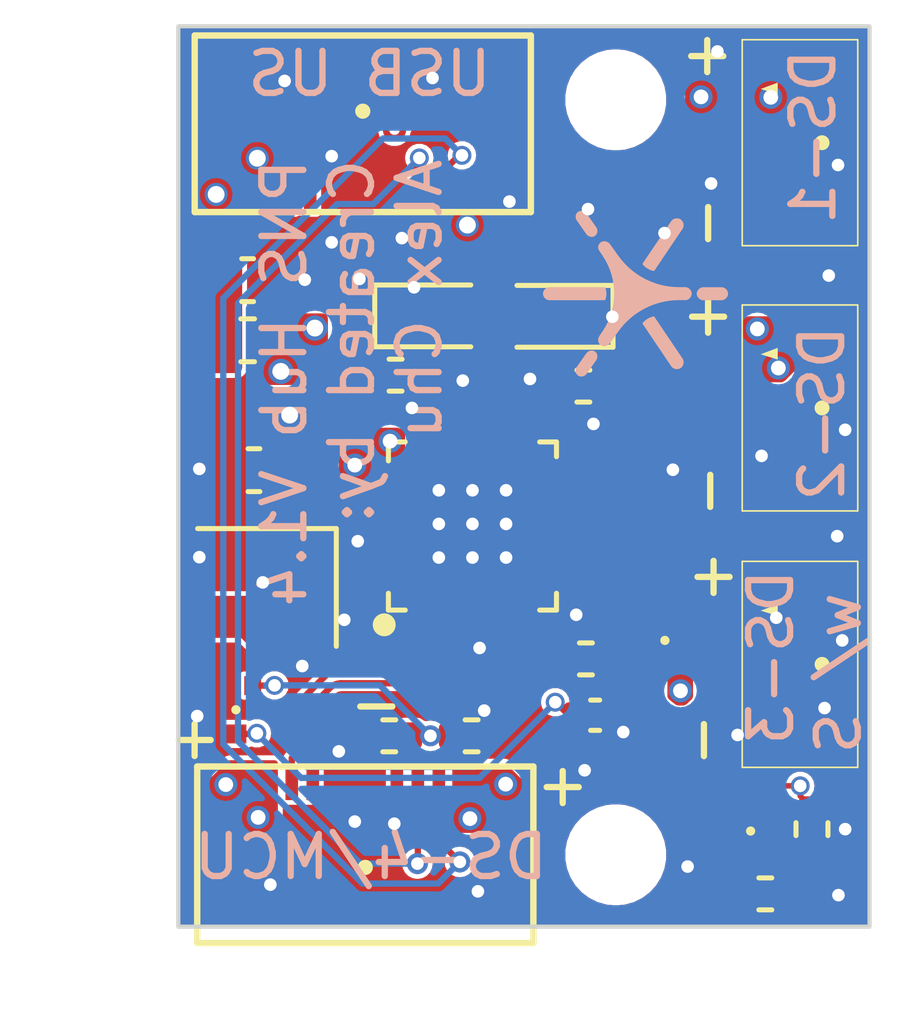
<source format=kicad_pcb>
(kicad_pcb (version 20240108) (generator "pcbnew") (generator_version "8.0")
  (layers (0 "F.Cu" signal) (1 "In1.Cu" signal) (2 "In2.Cu" signal) (31 "B.Cu" signal) (34 "B.Paste" user) (35 "F.Paste" user) (36 "B.SilkS" user "B.Silkscreen") (37 "F.SilkS" user "F.Silkscreen") (38 "B.Mask" user) (39 "F.Mask" user) (44 "Edge.Cuts" user))
  (net 0 "")
  (net 1 "+5V")
  (net 2 "GND")
  (net 3 "Net-(U1-VD33F)")
  (net 4 "/USB_D+")
  (net 5 "/USB_D-")
  (net 6 "/VDD5+")
  (net 7 "U_D")
  (net 8 "POT_CS")
  (net 9 "/D1-")
  (net 10 "/D1+")
  (net 11 "/D2-")
  (net 12 "/D2+")
  (net 13 "/D3-")
  (net 14 "/D3+")
  (net 15 "/D4+")
  (net 16 "/D4-")
  (net 17 "/GPIO 3.3v")
  (net 18 "Net-(Q1-G)")
  (net 19 "Net-(Q3-G)")
  (net 20 "/XOUT")
  (net 21 "/XIN")
  (net 22 "Net-(Q4-G)")
  (net 23 "Net-(U1-REXT)")
  (net 27 "/Vout 5V+")
  (net 32 "Net-(U1-VBUSM)")
  (footprint "Fuse:Fuse_0603_1608Metric" (layer "F.Cu") (at 126.25 80.47)
    (property "Reference" "F1")
    (property "Value" "0.5A/1A 0603")
  )
  (footprint "Resistor_SMD:R_0402_1005Metric" (layer "F.Cu") (at 138.57 93.64 180)
    (property "Reference" "R3")
    (property "Value" "1M")
  )
  (footprint "Resistor_SMD:R_0402_1005Metric" (layer "F.Cu") (at 134.3 88.05)
    (property "Reference" "R6")
    (property "Value" "10K")
  )
  (footprint "USER_Global:SOT723" (layer "F.Cu") (at 136.18 87.61 90)
    (property "Reference" "Q1")
    (property "Value" "TPNTK3139PT1G")
  )
  (footprint "USER_Global:FH34RJ-6S" (layer "F.Cu") (at 139.92 88.18 90)
    (property "Reference" "J3")
    (property "Value" "FH34RJ-6S" (hide yes))
  )
  (footprint "Resistor_SMD:R_0402_1005Metric" (layer "F.Cu") (at 139.68 92.1 90)
    (property "Reference" "R2")
    (property "Value" "10K")
  )
  (footprint "Capacitor_SMD:C_0402_1005Metric" (layer "F.Cu") (at 134.52 89.39)
    (property "Reference" "C3")
    (property "Value" "100nf 16V X7R")
  )
  (footprint "Resistor_SMD:R_0402_1005Metric" (layer "F.Cu") (at 134.24 81.56)
    (property "Reference" "R1")
    (property "Value" "2.7K")
  )
  (footprint "USER_Global:FH34RJ-6S" (layer "F.Cu") (at 139.92 75.77 90)
    (property "Reference" "J1")
    (property "Value" "FH34RJ-6S" (hide yes))
  )
  (footprint "USER_Global:FH34RJ-6S" (layer "F.Cu") (at 139.92 82.08 90)
    (property "Reference" "J2")
    (property "Value" "FH34RJ-6S" (hide yes))
  )
  (footprint "USER_Global:FE1.1S_QFN-24_narrow" (layer "F.Cu") (at 129.6 86.888934)
    (property "Reference" "U1")
    (property "Value" "FE1.1S")
  )
  (footprint "Diode_SMD:D_0603_1608Metric" (layer "F.Cu") (at 133.46 79.9 180)
    (property "Reference" "D2")
    (property "Value" "ESD9B5.0ST5G")
  )
  (footprint "Crystal:Crystal_SMD_2520-4Pin_2.5x2.0mm" (layer "F.Cu") (at 126.71 86.35 180)
    (property "Reference" "Y1")
    (property "Value" "Crystal_GND24")
  )
  (footprint "USER_Global:SOT723" (layer "F.Cu") (at 138.22 92.145 -90)
    (property "Reference" "Q3")
    (property "Value" "TPNTK3139PT1G")
  )
  (footprint "MountingHole:MountingHole_2.1mm" (layer "F.Cu") (at 135.01 92.71)
    (property "Reference" "H2")
    (property "Value" "MountingHole")
  )
  (footprint "Capacitor_SMD:C_0603_1608Metric" (layer "F.Cu") (at 126.4 83.56 180)
    (property "Reference" "C2")
    (property "Value" "10uf")
  )
  (footprint "Resistor_SMD:R_0402_1005Metric" (layer "F.Cu") (at 131.58 89.88 180)
    (property "Reference" "R5")
    (property "Value" "1M")
  )
  (footprint "Capacitor_SMD:C_0603_1608Metric" (layer "F.Cu") (at 126.25 79.04)
    (property "Reference" "C1")
    (property "Value" "4.7uf")
  )
  (footprint "Resistor_SMD:R_0402_1005Metric" (layer "F.Cu") (at 129.77 81.3)
    (property "Reference" "R7")
    (property "Value" "10K")
  )
  (footprint "USER_Global:FPC-0.5-12P" (layer "F.Cu") (at 128.99 75.02 180)
    (property "Reference" "J0")
    (property "Value" "FHR34SRJ-12S" (hide yes))
  )
  (footprint "MountingHole:MountingHole_2.1mm" (layer "F.Cu") (at 135.01 74.75)
    (property "Reference" "H1")
    (property "Value" "MountingHole")
  )
  (footprint "Resistor_SMD:R_0402_1005Metric" (layer "F.Cu") (at 129.62 89.88 180)
    (property "Reference" "R4")
    (property "Value" "10K")
  )
  (footprint "USER_Global:FPC-0.5-12P" (layer "F.Cu") (at 129.05 93.01)
    (property "Reference" "J4")
    (property "Value" "FHR34SRJ-12S" (hide yes))
  )
  (footprint "USER_Global:SOT723" (layer "F.Cu") (at 125.97 89.26 -90)
    (property "Reference" "Q4")
    (property "Value" "TPM2030-3/TR")
  )
  (footprint "Diode_SMD:D_0603_1608Metric" (layer "F.Cu") (at 130.76 79.89)
    (property "Reference" "D1")
    (property "Value" "ESD9B5.0ST5G")
  )
  (gr_poly (pts (xy 134.081558 77.533791) (xy 134.081865 77.539771) (xy 134.082458 77.545773) (xy 134.083336 77.551787) (xy 134.084502 77.557802) (xy 134.085956 77.563809) (xy 134.087698 77.569799) (xy 134.089731 77.575762) (xy 134.092054 77.581688) (xy 134.094669 77.587566) (xy 134.097577 77.593388) (xy 134.100779 77.599144) (xy 134.104275 77.604824) (xy 134.108067 77.610418) (xy 134.327631 77.924321) (xy 134.331675 77.929678) (xy 134.335918 77.934809) (xy 134.34035 77.939712) (xy 134.344959 77.944382) (xy 134.349735 77.948816) (xy 134.354667 77.95301) (xy 134.359742 77.956961) (xy 134.364951 77.960664) (xy 134.370282 77.964116) (xy 134.375723 77.967312) (xy 134.381264 77.97025) (xy 134.386893 77.972926) (xy 134.392599 77.975335) (xy 134.398372 77.977474) (xy 134.4042 77.979339) (xy 134.410071 77.980926) (xy 134.415975 77.982232) (xy 134.421901 77.983253) (xy 134.427837 77.983985) (xy 134.433772 77.984424) (xy 134.439695 77.984567) (xy 134.445595 77.984409) (xy 134.451461 77.983947) (xy 134.457282 77.983178) (xy 134.463046 77.982097) (xy 134.468742 77.980701) (xy 134.47436 77.978985) (xy 134.479887 77.976947) (xy 134.485313 77.974582) (xy 134.490628 77.971886) (xy 134.495818 77.968857) (xy 134.500874 77.965489) (xy 134.505656 77.96184) (xy 134.510189 77.957975) (xy 134.514473 77.953903) (xy 134.518504 77.949637) (xy 134.522282 77.945185) (xy 134.525804 77.940558) (xy 134.529069 77.935766) (xy 134.532074 77.93082) (xy 134.534817 77.925729) (xy 134.537298 77.920504) (xy 134.539513 77.915155) (xy 134.541461 77.909692) (xy 134.543141 77.904125) (xy 134.544549 77.898465) (xy 134.545685 77.892721) (xy 134.546547 77.886905) (xy 134.547132 77.881026) (xy 134.547439 77.875094) (xy 134.547465 77.86912) (xy 134.54721 77.863113) (xy 134.546671 77.857085) (xy 134.545845 77.851045) (xy 134.544732 77.845003) (xy 134.54333 77.83897) (xy 134.541636 77.832956) (xy 134.539649 77.826971) (xy 134.537366 77.821025) (xy 134.534787 77.815128) (xy 134.531908 77.809291) (xy 134.528729 77.803524) (xy 134.525246 77.797838) (xy 134.521459 77.792241) (xy 134.301895 77.478338) (xy 134.297854 77.472904) (xy 134.293618 77.467699) (xy 134.289197 77.462728) (xy 134.284602 77.457995) (xy 134.279844 77.453503) (xy 134.274933 77.449256) (xy 134.26988 77.445258) (xy 134.264696 77.441512) (xy 134.259391 77.438022) (xy 134.253976 77.434793) (xy 134.248462 77.431827) (xy 134.242859 77.429129) (xy 134.237179 77.426702) (xy 134.231431 77.424551) (xy 134.225627 77.422678) (xy 134.219777 77.421088) (xy 134.213891 77.419785) (xy 134.207981 77.418772) (xy 134.202058 77.418052) (xy 134.196131 77.417631) (xy 134.190212 77.417511) (xy 134.184311 77.417696) (xy 134.178439 77.41819) (xy 134.172606 77.418998) (xy 134.166824 77.420122) (xy 134.161102 77.421566) (xy 134.155453 77.423334) (xy 134.149885 77.42543) (xy 134.144411 77.427858) (xy 134.13904 77.430622) (xy 134.133783 77.433724) (xy 134.128652 77.43717) (xy 134.12372 77.440895) (xy 134.119055 77.444826) (xy 134.114658 77.448953) (xy 134.11053 77.453268) (xy 134.106673 77.457759) (xy 134.103086 77.462418) (xy 134.099772 77.467235) (xy 134.096731 77.4722) (xy 134.093963 77.477303) (xy 134.09147 77.482534) (xy 134.089253 77.487884) (xy 134.087313 77.493343) (xy 134.08565 77.498902) (xy 134.084266 77.504549) (xy 134.083162 77.510277) (xy 134.082338 77.516075) (xy 134.081795 77.521933) (xy 134.081535 77.527841)) (stroke (width 0.0525)) (fill solid) (layer "B.SilkS"))
  (gr_poly (pts (xy 134.081795 81.202461) (xy 134.082338 81.208318) (xy 134.083162 81.214116) (xy 134.084266 81.219843) (xy 134.08565 81.225491) (xy 134.087313 81.231049) (xy 134.089253 81.236508) (xy 134.09147 81.241859) (xy 134.093963 81.24709) (xy 134.096731 81.252193) (xy 134.099772 81.257157) (xy 134.103086 81.261974) (xy 134.106673 81.266633) (xy 134.11053 81.271125) (xy 134.114658 81.27544) (xy 134.119055 81.279568) (xy 134.12372 81.283499) (xy 134.128652 81.287223) (xy 134.133783 81.290669) (xy 134.13904 81.293772) (xy 134.144411 81.296536) (xy 134.149885 81.298964) (xy 134.155453 81.30106) (xy 134.161102 81.302829) (xy 134.166824 81.304273) (xy 134.172606 81.305397) (xy 134.178439 81.306204) (xy 134.184311 81.306699) (xy 134.190212 81.306884) (xy 134.196131 81.306764) (xy 134.202058 81.306343) (xy 134.207981 81.305624) (xy 134.213891 81.30461) (xy 134.219777 81.303307) (xy 134.225627 81.301717) (xy 134.231431 81.299845) (xy 134.237179 81.297693) (xy 134.242859 81.295267) (xy 134.248462 81.292569) (xy 134.253976 81.289603) (xy 134.259391 81.286374) (xy 134.264696 81.282884) (xy 134.26988 81.279139) (xy 134.274933 81.275141) (xy 134.279844 81.270894) (xy 134.284602 81.266402) (xy 134.289197 81.261669) (xy 134.293618 81.256699) (xy 134.297854 81.251495) (xy 134.301895 81.246061) (xy 134.521459 80.932153) (xy 134.525246 80.926556) (xy 134.528729 80.92087) (xy 134.531908 80.915103) (xy 134.534787 80.909266) (xy 134.537366 80.90337) (xy 134.539649 80.897424) (xy 134.541636 80.891439) (xy 134.54333 80.885425) (xy 134.544732 80.879392) (xy 134.545845 80.87335) (xy 134.546671 80.86731) (xy 134.54721 80.861281) (xy 134.547465 80.855275) (xy 134.547439 80.849301) (xy 134.547132 80.843369) (xy 134.546547 80.83749) (xy 134.545685 80.831674) (xy 134.544549 80.82593) (xy 134.543141 80.82027) (xy 134.541461 80.814703) (xy 134.539513 80.80924) (xy 134.537298 80.803891) (xy 134.534817 80.798666) (xy 134.532074 80.793575) (xy 134.529069 80.788629) (xy 134.525804 80.783837) (xy 134.522282 80.77921) (xy 134.518504 80.774758) (xy 134.514473 80.770492) (xy 134.510189 80.766421) (xy 134.505656 80.762556) (xy 134.500874 80.758907) (xy 134.495818 80.755537) (xy 134.490628 80.7525) (xy 134.485313 80.749794) (xy 134.479887 80.747414) (xy 134.47436 80.745358) (xy 134.468742 80.743622) (xy 134.463046 80.742203) (xy 134.457282 80.741097) (xy 134.451461 80.740302) (xy 134.445595 80.739814) (xy 134.439695 80.739629) (xy 134.433772 80.739745) (xy 134.427837 80.740158) (xy 134.421901 80.740865) (xy 134.415975 80.741862) (xy 134.410071 80.743147) (xy 134.4042 80.744715) (xy 134.398372 80.746565) (xy 134.392599 80.748691) (xy 134.386893 80.751091) (xy 134.381264 80.753762) (xy 134.375723 80.756701) (xy 134.370282 80.759904) (xy 134.364951 80.763367) (xy 134.359742 80.767088) (xy 134.354667 80.771064) (xy 134.349735 80.77529) (xy 134.344959 80.779764) (xy 134.34035 80.784482) (xy 134.335918 80.789441) (xy 134.331675 80.794638) (xy 134.327631 80.800069) (xy 134.108067 81.113981) (xy 134.104275 81.119574) (xy 134.100779 81.125254) (xy 134.097577 81.131009) (xy 134.094669 81.136831) (xy 134.092054 81.142709) (xy 134.089731 81.148634) (xy 134.087698 81.154596) (xy 134.085956 81.160586) (xy 134.084502 81.166593) (xy 134.083336 81.172608) (xy 134.082458 81.178621) (xy 134.081865 81.184623) (xy 134.081558 81.190603) (xy 134.081535 81.196552)) (stroke (width 0.0525)) (fill solid) (layer "B.SilkS"))
  (gr_poly (pts (xy 136.963327 79.368189) (xy 136.963837 79.373811) (xy 136.964678 79.379464) (xy 136.96584 79.385133) (xy 136.967316 79.390804) (xy 136.969097 79.396462) (xy 136.971175 79.402093) (xy 136.973541 79.407682) (xy 136.976187 79.413214) (xy 136.979106 79.418675) (xy 136.982288 79.42405) (xy 136.985725 79.429325) (xy 136.989408 79.434485) (xy 136.993331 79.439516) (xy 136.997483 79.444402) (xy 137.001858 79.44913) (xy 137.006446 79.453684) (xy 137.011239 79.45805) (xy 137.01623 79.462213) (xy 137.021409 79.46616) (xy 137.026768 79.469874) (xy 137.032299 79.473343) (xy 137.037994 79.47655) (xy 137.043844 79.479481) (xy 137.049841 79.482123) (xy 137.055976 79.484459) (xy 137.062242 79.486476) (xy 137.06863 79.488159) (xy 137.075132 79.489494) (xy 137.081739 79.490465) (xy 137.088443 79.491059) (xy 137.095235 79.49126) (xy 137.525614 79.49126) (xy 137.532406 79.490991) (xy 137.53911 79.490353) (xy 137.545716 79.489358) (xy 137.552218 79.488019) (xy 137.558605 79.48635) (xy 137.564871 79.484362) (xy 137.571006 79.482068) (xy 137.577003 79.479482) (xy 137.582853 79.476615) (xy 137.588547 79.473481) (xy 137.594078 79.470092) (xy 137.599437 79.466461) (xy 137.604615 79.462601) (xy 137.609605 79.458524) (xy 137.614398 79.454243) (xy 137.618986 79.449772) (xy 137.62336 79.445121) (xy 137.627513 79.440306) (xy 137.631435 79.435337) (xy 137.635118 79.430228) (xy 137.638555 79.424991) (xy 137.641737 79.41964) (xy 137.644655 79.414187) (xy 137.647301 79.408644) (xy 137.649667 79.403025) (xy 137.651744 79.397342) (xy 137.653525 79.391607) (xy 137.655001 79.385834) (xy 137.656163 79.380036) (xy 137.657004 79.374224) (xy 137.657514 79.368413) (xy 137.657686 79.362613) (xy 137.657514 79.356736) (xy 137.657004 79.350851) (xy 137.656163 79.344971) (xy 137.655001 79.33911) (xy 137.653525 79.333279) (xy 137.651744 79.327492) (xy 137.649667 79.321761) (xy 137.647301 79.316099) (xy 137.644655 79.310518) (xy 137.641737 79.305032) (xy 137.638555 79.299654) (xy 137.635118 79.294395) (xy 137.631435 79.289268) (xy 137.627513 79.284287) (xy 137.62336 79.279464) (xy 137.618986 79.274811) (xy 137.614398 79.270342) (xy 137.609605 79.266069) (xy 137.604615 79.262005) (xy 137.599437 79.258163) (xy 137.594078 79.254555) (xy 137.588547 79.251194) (xy 137.582853 79.248092) (xy 137.577003 79.245263) (xy 137.571006 79.24272) (xy 137.564871 79.240474) (xy 137.558605 79.238539) (xy 137.552218 79.236927) (xy 137.545716 79.235651) (xy 137.53911 79.234724) (xy 137.532406 79.234158) (xy 137.525614 79.233967) (xy 137.095235 79.233967) (xy 137.088443 79.234168) (xy 137.081739 79.234762) (xy 137.075132 79.235733) (xy 137.06863 79.237068) (xy 137.062242 79.238751) (xy 137.055976 79.240768) (xy 137.049841 79.243105) (xy 137.043844 79.245747) (xy 137.037994 79.248678) (xy 137.032299 79.251886) (xy 137.026768 79.255354) (xy 137.021409 79.259069) (xy 137.01623 79.263016) (xy 137.011239 79.267179) (xy 137.006446 79.271546) (xy 137.001858 79.2761) (xy 136.997483 79.280828) (xy 136.993331 79.285714) (xy 136.989408 79.290745) (xy 136.985725 79.295905) (xy 136.982288 79.30118) (xy 136.979106 79.306555) (xy 136.976187 79.312016) (xy 136.973541 79.317548) (xy 136.971175 79.323137) (xy 136.969097 79.328768) (xy 136.967316 79.334426) (xy 136.96584 79.340096) (xy 136.964678 79.345765) (xy 136.963837 79.351417) (xy 136.963327 79.357038) (xy 136.963155 79.362613)) (stroke (width 0.0525)) (fill solid) (layer "B.SilkS"))
  (gr_poly (pts (xy 133.305448 79.367639) (xy 133.305908 79.373524) (xy 133.306669 79.379404) (xy 133.307725 79.385265) (xy 133.30907 79.391096) (xy 133.310698 79.396883) (xy 133.312603 79.402614) (xy 133.314781 79.408276) (xy 133.317225 79.413856) (xy 133.319929 79.419342) (xy 133.322889 79.424721) (xy 133.326098 79.42998) (xy 133.329551 79.435106) (xy 133.333242 79.440087) (xy 133.337165 79.44491) (xy 133.341315 79.449562) (xy 133.345686 79.454031) (xy 133.350273 79.458304) (xy 133.35507 79.462368) (xy 133.36007 79.46621) (xy 133.365269 79.469818) (xy 133.370661 79.473179) (xy 133.376241 79.47628) (xy 133.382001 79.479109) (xy 133.387938 79.481653) (xy 133.394045 79.483899) (xy 133.400316 79.485834) (xy 133.406747 79.487446) (xy 133.41333 79.488721) (xy 133.420062 79.489648) (xy 133.426935 79.490214) (xy 133.433945 79.490405) (xy 134.741024 79.490405) (xy 134.745847 79.473806) (xy 134.750028 79.457434) (xy 134.753565 79.441256) (xy 134.756459 79.425237) (xy 134.75871 79.409344) (xy 134.760318 79.393542) (xy 134.761282 79.377799) (xy 134.761604 79.362079) (xy 134.761282 79.346349) (xy 134.760318 79.330575) (xy 134.75871 79.314723) (xy 134.756459 79.298759) (xy 134.753565 79.282649) (xy 134.750028 79.26636) (xy 134.745847 79.249857) (xy 134.741024 79.233107) (xy 133.433945 79.233107) (xy 133.426935 79.233298) (xy 133.420062 79.233864) (xy 133.41333 79.234791) (xy 133.406747 79.236067) (xy 133.400316 79.237679) (xy 133.394045 79.239615) (xy 133.387938 79.241861) (xy 133.382001 79.244405) (xy 133.376241 79.247234) (xy 133.370661 79.250336) (xy 133.365269 79.253697) (xy 133.36007 79.257306) (xy 133.35507 79.261148) (xy 133.350273 79.265213) (xy 133.345686 79.269486) (xy 133.341315 79.273955) (xy 133.337165 79.278608) (xy 133.333242 79.283432) (xy 133.329551 79.288413) (xy 133.326098 79.29354) (xy 133.322889 79.2988) (xy 133.319929 79.304179) (xy 133.317225 79.309665) (xy 133.314781 79.315246) (xy 133.312603 79.320908) (xy 133.310698 79.326639) (xy 133.30907 79.332427) (xy 133.307725 79.338257) (xy 133.306669 79.344119) (xy 133.305908 79.349999) (xy 133.305448 79.355884) (xy 133.305293 79.361762)) (stroke (width 0.0525)) (fill solid) (layer "B.SilkS"))
  (gr_poly (pts (xy 136.350855 81.071948) (xy 136.354943 81.077667) (xy 136.359316 81.083085) (xy 136.363957 81.088203) (xy 136.368851 81.093021) (xy 136.37398 81.09754) (xy 136.379328 81.101761) (xy 136.384878 81.105684) (xy 136.390615 81.10931) (xy 136.396521 81.112639) (xy 136.402581 81.115673) (xy 136.408777 81.118411) (xy 136.415093 81.120854) (xy 136.421512 81.123004) (xy 136.428019 81.12486) (xy 136.434597 81.126424) (xy 136.441229 81.127695) (xy 136.447898 81.128675) (xy 136.454589 81.129364) (xy 136.461284 81.129763) (xy 136.467968 81.129872) (xy 136.474623 81.129692) (xy 136.481233 81.129224) (xy 136.487783 81.128468) (xy 136.494254 81.127425) (xy 136.500632 81.126096) (xy 136.506898 81.124481) (xy 136.513038 81.12258) (xy 136.519033 81.120395) (xy 136.524869 81.117926) (xy 136.530528 81.115174) (xy 136.535993 81.112139) (xy 136.541249 81.108822) (xy 136.546307 81.105209) (xy 136.551181 81.101295) (xy 136.555866 81.097094) (xy 136.560354 81.092622) (xy 136.564639 81.087893) (xy 136.568713 81.082924) (xy 136.57257 81.077728) (xy 136.576202 81.072321) (xy 136.579604 81.066718) (xy 136.582767 81.060934) (xy 136.585685 81.054984) (xy 136.588352 81.048884) (xy 136.590759 81.042648) (xy 136.592901 81.036291) (xy 136.59477 81.029828) (xy 136.596359 81.023276) (xy 136.597662 81.016647) (xy 136.598672 81.009959) (xy 136.599382 81.003225) (xy 136.599784 80.996461) (xy 136.599872 80.989682) (xy 136.599639 80.982903) (xy 136.599078 80.976139) (xy 136.598183 80.969405) (xy 136.596945 80.962716) (xy 136.595359 80.956088) (xy 136.593417 80.949535) (xy 136.591113 80.943072) (xy 136.58844 80.936715) (xy 136.58539 80.930478) (xy 136.581957 80.924377) (xy 136.578134 80.918427) (xy 135.910012 79.928682) (xy 135.89308 79.933174) (xy 135.876382 79.938281) (xy 135.859933 79.943996) (xy 135.843746 79.950312) (xy 135.827836 79.95722) (xy 135.812215 79.964714) (xy 135.796899 79.972786) (xy 135.7819 79.981429) (xy 135.767233 79.990634) (xy 135.752911 80.000394) (xy 135.738949 80.010702) (xy 135.725359 80.02155) (xy 135.712157 80.03293) (xy 135.699356 80.044836) (xy 135.686969 80.057259) (xy 135.675011 80.070192)) (stroke (width 0.0525)) (fill solid) (layer "B.SilkS"))
  (gr_poly (pts (xy 135.686969 78.667133) (xy 135.699356 78.679556) (xy 135.712157 78.691462) (xy 135.725359 78.702842) (xy 135.738949 78.71369) (xy 135.752911 78.723998) (xy 135.767233 78.733758) (xy 135.7819 78.742963) (xy 135.796899 78.751605) (xy 135.812215 78.759677) (xy 135.827836 78.767171) (xy 135.843746 78.774079) (xy 135.859933 78.780395) (xy 135.876382 78.78611) (xy 135.89308 78.791217) (xy 135.910012 78.795709) (xy 136.577272 77.806826) (xy 136.581095 77.800876) (xy 136.584528 77.794775) (xy 136.587577 77.788539) (xy 136.590251 77.782181) (xy 136.592555 77.775719) (xy 136.594497 77.769166) (xy 136.596083 77.762537) (xy 136.59732 77.755849) (xy 136.598216 77.749115) (xy 136.598777 77.742351) (xy 136.59901 77.735571) (xy 136.598922 77.728792) (xy 136.59852 77.722028) (xy 136.597811 77.715294) (xy 136.596801 77.708606) (xy 136.595498 77.701977) (xy 136.593909 77.695424) (xy 136.59204 77.688962) (xy 136.589899 77.682605) (xy 136.587492 77.676368) (xy 136.584826 77.670268) (xy 136.581908 77.664318) (xy 136.578745 77.658534) (xy 136.575344 77.65293) (xy 136.571712 77.647523) (xy 136.567856 77.642327) (xy 136.563783 77.637357) (xy 136.559499 77.632628) (xy 136.555012 77.628156) (xy 136.550328 77.623954) (xy 136.545454 77.62004) (xy 136.540398 77.616427) (xy 136.535141 77.61311) (xy 136.529674 77.610075) (xy 136.524015 77.607323) (xy 136.518179 77.604854) (xy 136.512182 77.602669) (xy 136.506042 77.600769) (xy 136.499775 77.599154) (xy 136.493397 77.597825) (xy 136.486925 77.596782) (xy 136.480376 77.596026) (xy 136.473765 77.595558) (xy 136.467109 77.595379) (xy 136.460425 77.595488) (xy 136.453729 77.595887) (xy 136.447039 77.596577) (xy 136.440369 77.597557) (xy 136.433737 77.598828) (xy 136.427159 77.600392) (xy 136.420652 77.602248) (xy 136.414232 77.604398) (xy 136.407916 77.606842) (xy 136.40172 77.60958) (xy 136.39566 77.612614) (xy 136.389754 77.615943) (xy 136.384017 77.619569) (xy 136.378467 77.623492) (xy 136.373119 77.627713) (xy 136.36799 77.632232) (xy 136.363097 77.637051) (xy 136.358456 77.642169) (xy 136.354083 77.647587) (xy 136.349995 77.653306) (xy 135.675011 78.654199)) (stroke (width 0.0525)) (fill solid) (layer "B.SilkS"))
  (gr_poly (pts (xy 134.617323 80.467958) (xy 134.617683 80.474259) (xy 134.618339 80.480516) (xy 134.619292 80.486718) (xy 134.620541 80.492853) (xy 134.622089 80.498909) (xy 134.623934 80.504876) (xy 134.626079 80.51074) (xy 134.628524 80.516492) (xy 134.631268 80.522118) (xy 134.634314 80.527608) (xy 134.637661 80.532949) (xy 134.64131 80.538131) (xy 134.645262 80.543141) (xy 134.649518 80.547968) (xy 134.654077 80.5526) (xy 134.658941 80.557026) (xy 134.66411 80.561234) (xy 134.669586 80.565212) (xy 134.675285 80.568871) (xy 134.681117 80.572135) (xy 134.687069 80.575009) (xy 134.69313 80.577501) (xy 134.699287 80.579616) (xy 134.705526 80.581362) (xy 134.711835 80.582744) (xy 134.718203 80.583769) (xy 134.724615 80.584444) (xy 134.731061 80.584775) (xy 134.737526 80.584768) (xy 134.743999 80.58443) (xy 134.750467 80.583767) (xy 134.756917 80.582786) (xy 134.763338 80.581493) (xy 134.769715 80.579895) (xy 134.776037 80.577998) (xy 134.782292 80.575808) (xy 134.788466 80.573332) (xy 134.794547 80.570576) (xy 134.800522 80.567548) (xy 134.806379 80.564252) (xy 134.812106 80.560696) (xy 134.817689 80.556887) (xy 134.823117 80.552829) (xy 134.828376 80.548531) (xy 134.833454 80.543998) (xy 134.838339 80.539238) (xy 134.843017 80.534255) (xy 134.847478 80.529057) (xy 134.851706 80.523651) (xy 134.855691 80.518042) (xy 135.051245 80.243589) (xy 135.117005 80.157095) (xy 135.187397 80.075233) (xy 135.262169 79.998136) (xy 135.341067 79.925933) (xy 135.423841 79.858756) (xy 135.510236 79.796735) (xy 135.6 79.74) (xy 135.692882 79.688683) (xy 135.788628 79.642914) (xy 135.886986 79.602823) (xy 135.987704 79.568542) (xy 136.090528 79.540201) (xy 136.195207 79.51793) (xy 136.301487 79.501861) (xy 136.409117 79.492123) (xy 136.517844 79.488849) (xy 136.662787 79.488849) (xy 136.669648 79.48873) (xy 136.676397 79.488223) (xy 136.683026 79.487341) (xy 136.689529 79.4861) (xy 136.695899 79.484511) (xy 136.702128 79.48259) (xy 136.708211 79.480349) (xy 136.71414 79.477803) (xy 136.719908 79.474966) (xy 136.725508 79.471852) (xy 136.730934 79.468473) (xy 136.736178 79.464844) (xy 136.741233 79.46098) (xy 136.746093 79.456893) (xy 136.750751 79.452597) (xy 136.7552 79.448107) (xy 136.759433 79.443435) (xy 136.763443 79.438597) (xy 136.767222 79.433605) (xy 136.770765 79.428474) (xy 136.774065 79.423218) (xy 136.777113 79.417849) (xy 136.779904 79.412383) (xy 136.782431 79.406832) (xy 136.784686 79.401211) (xy 136.786663 79.395533) (xy 136.788355 79.389813) (xy 136.789754 79.384064) (xy 136.790855 79.378299) (xy 136.79165 79.372534) (xy 136.792132 79.366781) (xy 136.792294 79.361054) (xy 136.792132 79.355403) (xy 136.79165 79.349715) (xy 136.790856 79.344006) (xy 136.789756 79.338289) (xy 136.788358 79.332578) (xy 136.786669 79.326887) (xy 136.784695 79.321231) (xy 136.782444 79.315624) (xy 136.779923 79.310079) (xy 136.777139 79.304612) (xy 136.774099 79.299235) (xy 136.770811 79.293964) (xy 136.76728 79.288812) (xy 136.763515 79.283793) (xy 136.759521 79.278922) (xy 136.755308 79.274213) (xy 136.75088 79.26968) (xy 136.746246 79.265337) (xy 136.741413 79.261197) (xy 136.736388 79.257277) (xy 136.731177 79.253588) (xy 136.725787 79.250146) (xy 136.720227 79.246965) (xy 136.714503 79.244059) (xy 136.708621 79.241442) (xy 136.70259 79.239128) (xy 136.696415 79.237131) (xy 136.690105 79.235465) (xy 136.683666 79.234145) (xy 136.677105 79.233185) (xy 136.67043 79.232598) (xy 136.663647 79.232399) (xy 136.518704 79.232399) (xy 136.409987 79.229125) (xy 136.302383 79.219387) (xy 136.196141 79.203318) (xy 136.091509 79.181047) (xy 135.988737 79.152706) (xy 135.888073 79.118424) (xy 135.789765 79.078334) (xy 135.694063 79.032564) (xy 135.601216 78.981247) (xy 135.511472 78.924512) (xy 135.42508 78.862491) (xy 135.342288 78.795313) (xy 135.263346 78.72311) (xy 135.188502 78.646013) (xy 135.118005 78.564151) (xy 135.052104 78.477656) (xy 134.856551 78.203206) (xy 134.852488 78.197758) (xy 134.848186 78.192511) (xy 134.843658 78.187473) (xy 134.838917 78.18265) (xy 134.833974 78.178048) (xy 134.828843 78.173673) (xy 134.823536 78.169532) (xy 134.818065 78.165631) (xy 134.812444 78.161976) (xy 134.806685 78.158574) (xy 134.8008 78.155431) (xy 134.794801 78.152552) (xy 134.788703 78.149945) (xy 134.782516 78.147616) (xy 134.776254 78.14557) (xy 134.769929 78.143815) (xy 134.763554 78.142356) (xy 134.757141 78.1412) (xy 134.750703 78.140353) (xy 134.744252 78.139821) (xy 134.737802 78.139611) (xy 134.731364 78.139729) (xy 134.724951 78.140181) (xy 134.718576 78.140974) (xy 134.712251 78.142113) (xy 134.705988 78.143605) (xy 134.699802 78.145457) (xy 134.693703 78.147674) (xy 134.687704 78.150263) (xy 134.681819 78.15323) (xy 134.676059 78.156582) (xy 134.670437 78.160324) (xy 134.665036 78.164346) (xy 134.659926 78.168526) (xy 134.655108 78.172857) (xy 134.650582 78.177333) (xy 134.646349 78.181946) (xy 134.642409 78.186688) (xy 134.638763 78.191553) (xy 134.63541 78.196534) (xy 134.632351 78.201622) (xy 134.629586 78.206811) (xy 134.627116 78.212094) (xy 134.624941 78.217463) (xy 134.623061 78.222911) (xy 134.621476 78.228431) (xy 134.620188 78.234016) (xy 134.619195 78.239658) (xy 134.618499 78.245351) (xy 134.6181 78.251087) (xy 134.617998 78.256858) (xy 134.618193 78.262658) (xy 134.618686 78.26848) (xy 134.619477 78.274315) (xy 134.620566 78.280157) (xy 134.621954 78.286) (xy 134.623641 78.291834) (xy 134.625628 78.297654) (xy 134.627914 78.303452) (xy 134.6305 78.30922) (xy 134.633386 78.314953) (xy 134.636573 78.320641) (xy 134.640061 78.326279) (xy 134.643849 78.331858) (xy 134.722759 78.450219) (xy 134.787576 78.555356) (xy 134.843728 78.663956) (xy 134.891214 78.775521) (xy 134.930032 78.889553) (xy 134.960181 79.005556) (xy 134.981661 79.123031) (xy 134.994469 79.241481) (xy 134.998604 79.360409) (xy 134.994066 79.479316) (xy 134.980853 79.597706) (xy 134.958963 79.715081) (xy 134.928397 79.830943) (xy 134.889151 79.944795) (xy 134.841226 80.05614) (xy 134.784619 80.164479) (xy 134.71933 80.269315) (xy 134.642998 80.381673) (xy 134.639281 80.387364) (xy 134.635852 80.393175) (xy 134.63271 80.399093) (xy 134.629857 80.405107) (xy 134.627293 80.411205) (xy 134.625018 80.417375) (xy 134.623034 80.423607) (xy 134.621341 80.429888) (xy 134.619939 80.436206) (xy 134.618829 80.442551) (xy 134.618012 80.44891) (xy 134.617488 80.455272) (xy 134.617258 80.461625)) (stroke (width 0.0525)) (fill solid) (layer "B.SilkS"))
  (gr_rect (start 124.6 73) (end 141.05 94.42) (stroke (width 0.1)) (fill none) (layer "Edge.Cuts"))
  (gr_text "DS-4/MCU" (at 129.18 92.76 0) (layer "B.SilkS") (effects (font (size 1 1)) (justify mirror)))
  (gr_text "DS-2" (at 139.92 82.21 90) (layer "B.SilkS") (effects (font (size 1 1)) (justify mirror)))
  (gr_text "DS-1" (at 139.71 75.63 90) (layer "B.SilkS") (effects (font (size 1 1) (thickness 0.15) (bold yes)) (justify mirror)))
  (gr_text "DS-3 \nw/ S" (at 139.51 88.39 90) (layer "B.SilkS") (effects (font (size 1 1)) (justify mirror)))
  (gr_text "USB US" (at 129.15 74.13 0) (layer "B.SilkS") (effects (font (size 1 1)) (justify mirror)))
  (gr_text "PNS Hub V1.4\nCreated by: \nAlex Chu" (at 128.73 76.08 90) (layer "B.SilkS") (effects (font (size 1 1)) (justify left mirror)))
  (gr_text "+" (at 136.62 86.61 0) (layer "F.SilkS") (effects (font (size 1 1)) (justify left bottom)))
  (gr_text "+" (at 124.27 90.49 0) (layer "F.SilkS") (effects (font (size 1 1)) (justify left bottom)))
  (gr_text "-" (at 137.62 90.7 90) (layer "F.SilkS") (effects (font (size 1 1)) (justify left bottom)))
  (gr_text "+" (at 136.49 80.42 0) (layer "F.SilkS") (effects (font (size 1 1)) (justify left bottom)))
  (gr_text "+" (at 136.47 74.22 0) (layer "F.SilkS") (effects (font (size 1 1)) (justify left bottom)))
  (gr_text "+" (at 133.03 91.61 0) (layer "F.SilkS") (effects (font (size 1 1)) (justify left bottom)))
  (gr_text "-" (at 137.72 78.4 90) (layer "F.SilkS") (effects (font (size 1 1)) (justify left bottom)))
  (gr_text "-" (at 137.77 84.77 90) (layer "F.SilkS") (effects (font (size 1 1)) (justify left bottom)))
  (gr_text "-" (at 130.03 88.67 180) (layer "F.SilkS") (effects (font (size 1 1)) (justify left bottom)))
  (via (at 125.5 77) (size 0.55) (drill 0.4) (layers "F.Cu" "B.Cu") (net 1))
  (via (at 126.48 76.14) (size 0.55) (drill 0.4) (layers "F.Cu" "B.Cu") (net 1))
  (via (at 131.48 77.73) (size 0.55) (drill 0.4) (layers "F.Cu" "B.Cu") (net 1))
  (segment (start 129.74 77.02) (end 129.24 77.02) (width 0.3) (layer "F.Cu") (net 2))
  (segment (start 128.24 77.02) (end 128.24 76.738) (width 0.3) (layer "F.Cu") (net 2))
  (segment (start 129.24 77.02) (end 128.74 77.02) (width 0.3) (layer "F.Cu") (net 2))
  (segment (start 128.74 77.02) (end 128.24 77.02) (width 0.3) (layer "F.Cu") (net 2))
  (via (at 134.35 77.35) (size 0.45) (drill 0.3) (layers "F.Cu" "B.Cu") (net 2))
  (via (at 130.21 79.21) (size 0.45) (drill 0.3) (layers "F.Cu" "B.Cu") (net 2))
  (via (at 132.97 81.39) (size 0.45) (drill 0.3) (layers "F.Cu" "B.Cu") (net 2))
  (via (at 134.07 87) (size 0.45) (drill 0.3) (layers "F.Cu" "B.Cu") (net 2))
  (via (at 132.48 77.17) (size 0.45) (drill 0.3) (layers "F.Cu" "B.Cu") (net 2))
  (via (at 131.77 87.79) (size 0.45) (drill 0.3) (layers "F.Cu" "B.Cu") (net 2))
  (via (at 135.19 89.79) (size 0.45) (drill 0.3) (layers "F.Cu" "B.Cu") (net 2))
  (via (at 127.13 74.3) (size 0.45) (drill 0.3) (layers "F.Cu" "B.Cu") (net 2))
  (via (at 140.47 92.1) (size 0.45) (drill 0.3) (layers "F.Cu" "B.Cu") (net 2))
  (via (at 126.79 93.42) (size 0.45) (drill 0.3) (layers "F.Cu" "B.Cu") (net 2))
  (via (at 136.72 92.99) (size 0.45) (drill 0.3) (layers "F.Cu" "B.Cu") (net 2))
  (via (at 126.61 86.23) (size 0.45) (drill 0.3) (layers "F.Cu" "B.Cu") (net 2))
  (via (at 136.37 83.55) (size 0.45) (drill 0.3) (layers "F.Cu" "B.Cu") (net 2))
  (via (at 140.47 82.6) (size 0.45) (drill 0.3) (layers "F.Cu" "B.Cu") (net 2))
  (via (at 140.28 85.13) (size 0.45) (drill 0.3) (layers "F.Cu" "B.Cu") (net 2))
  (via (at 127.61 79.03) (size 0.45) (drill 0.3) (layers "F.Cu" "B.Cu") (net 2))
  (via (at 140.31 93.67) (size 0.45) (drill 0.3) (layers "F.Cu" "B.Cu") (net 2))
  (via (at 138.48 83.22) (size 0.45) (drill 0.3) (layers "F.Cu" "B.Cu") (net 2))
  (via (at 139.98 89.22) (size 0.45) (drill 0.3) (layers "F.Cu" "B.Cu") (net 2))
  (via (at 134.48 82.46) (size 0.45) (drill 0.3) (layers "F.Cu" "B.Cu") (net 2))
  (via (at 137.43 73.6) (size 0.45) (drill 0.3) (layers "F.Cu" "B.Cu") (net 2))
  (via (at 125.1 85.63) (size 0.45) (drill 0.3) (layers "F.Cu" "B.Cu") (net 2))
  (via (at 140.08 78.93) (size 0.45) (drill 0.3) (layers "F.Cu" "B.Cu") (net 2))
  (via (at 128.91 79.01) (size 0.45) (drill 0.3) (layers "F.Cu" "B.Cu") (net 2))
  (via (at 128.8 91.92) (size 0.45) (drill 0.3) (layers "F.Cu" "B.Cu") (net 2))
  (via (at 128.87 85.25) (size 0.45) (drill 0.3) (layers "F.Cu" "B.Cu") (net 2))
  (via (at 130.65 74.23) (size 0.45) (drill 0.3) (layers "F.Cu" "B.Cu") (net 2))
  (via (at 125.1 83.53) (size 0.45) (drill 0.3) (layers "F.Cu" "B.Cu") (net 2))
  (via (at 128.25 76.09) (size 0.45) (drill 0.3) (layers "F.Cu" "B.Cu") (net 2))
  (via (at 134.93 79.91) (size 0.45) (drill 0.3) (layers "F.Cu" "B.Cu") (net 2))
  (via (at 131.73 93.58) (size 0.45) (drill 0.3) (layers "F.Cu" "B.Cu") (net 2))
  (via (at 140.3 76.3) (size 0.45) (drill 0.3) (layers "F.Cu" "B.Cu") (net 2))
  (via (at 136.17 77.92) (size 0.45) (drill 0.3) (layers "F.Cu" "B.Cu") (net 2))
  (via (at 127.25 82.25) (size 0.45) (drill 0.4) (layers "F.Cu" "B.Cu") (net 2))
  (via (at 137.91 89.86) (size 0.45) (drill 0.3) (layers "F.Cu" "B.Cu") (net 2))
  (via (at 134.27 90.7) (size 0.45) (drill 0.3) (layers "F.Cu" "B.Cu") (net 2))
  (via (at 131.37 81.43) (size 0.45) (drill 0.3) (layers "F.Cu" "B.Cu") (net 2))
  (via (at 128.55 87.12) (size 0.45) (drill 0.3) (layers "F.Cu" "B.Cu") (net 2))
  (via (at 127.55 88.22) (size 0.45) (drill 0.3) (layers "F.Cu" "B.Cu") (net 2))
  (via (at 128.25 78.14) (size 0.45) (drill 0.3) (layers "F.Cu" "B.Cu") (net 2))
  (via (at 128.42 90.25) (size 0.45) (drill 0.3) (layers "F.Cu" "B.Cu") (net 2))
  (via (at 129.74 91.97) (size 0.45) (drill 0.3) (layers "F.Cu" "B.Cu") (net 2))
  (via (at 140.4 87.61) (size 0.45) (drill 0.3) (layers "F.Cu" "B.Cu") (net 2))
  (via (at 130.16 82.08) (size 0.45) (drill 0.3) (layers "F.Cu" "B.Cu") (net 2))
  (via (at 125.05 89.41) (size 0.45) (drill 0.3) (layers "F.Cu" "B.Cu") (net 2))
  (via (at 129.92 78.04) (size 0.45) (drill 0.3) (layers "F.Cu" "B.Cu") (net 2))
  (via (at 137.28 76.74) (size 0.45) (drill 0.3) (layers "F.Cu" "B.Cu") (net 2))
  (via (at 138.83 87.07) (size 0.45) (drill 0.3) (layers "F.Cu" "B.Cu") (net 2))
  (via (at 131.88 89.28) (size 0.45) (drill 0.3) (layers "F.Cu" "B.Cu") (net 2))
  (segment (start 129.26 81.475) (end 127.175 83.56) (width 0.15) (layer "F.Cu") (net 3))
  (segment (start 127.753934 84.138934) (end 128.828956 84.138934) (width 0.4) (layer "F.Cu") (net 3))
  (segment (start 128.188934 84.138934) (end 129.5 84.138934) (width 0.3) (layer "F.Cu") (net 3))
  (segment (start 127.753934 84.138934) (end 127.175 83.56) (width 0.4) (layer "F.Cu") (net 3))
  (segment (start 129.26 81.3) (end 129.26 81.475) (width 0.15) (layer "F.Cu") (net 3))
  (segment (start 128.038934 84.138934) (end 128.188934 84.138934) (width 0.13) (layer "F.Cu") (net 3))
  (segment (start 128.038934 84.138934) (end 127.753934 84.138934) (width 0.4) (layer "F.Cu") (net 3))
  (segment (start 131.9603 82.553633) (end 131.85 82.663933) (width 0.1524) (layer "F.Cu") (net 4))
  (segment (start 130.139964 75.2697) (end 130.15 75.2697) (width 0.1524) (layer "F.Cu") (net 4))
  (segment (start 128.528464 75.464613) (end 128.528464 75.464614) (width 0.1524) (layer "F.Cu") (net 4))
  (segment (start 132.983142 78.029292) (end 132.077457 78.934977) (width 0.1524) (layer "F.Cu") (net 4))
  (segment (start 133.1003 76.673551) (end 133.1003 77.746449) (width 0.1524) (layer "F.Cu") (net 4))
  (segment (start 128.928464 75.464614) (end 128.928464 75.464613) (width 0.1524) (layer "F.Cu") (net 4))
  (segment (start 129.123377 75.2697) (end 129.133551 75.2697) (width 0.1524) (layer "F.Cu") (net 4))
  (segment (start 127.74 76.419999) (end 127.6297 76.309699) (width 0.1524) (layer "F.Cu") (net 4))
  (segment (start 129.739964 75.659664) (end 129.75 75.659664) (width 0.1524) (layer "F.Cu") (net 4))
  (segment (start 127.74 77.02) (end 127.74 76.419999) (width 0.1524) (layer "F.Cu") (net 4))
  (segment (start 128.723377 75.659527) (end 128.733551 75.659527) (width 0.1524) (layer "F.Cu") (net 4))
  (segment (start 131.85 82.663933) (end 131.85 83.038934) (width 0.1524) (layer "F.Cu") (net 4))
  (segment (start 132.696217 76.103783) (end 132.983143 76.390709) (width 0.1524) (layer "F.Cu") (net 4))
  (segment (start 127.746858 75.690708) (end 128.050709 75.386857) (width 0.1524) (layer "F.Cu") (net 4))
  (segment (start 129.133551 75.2697) (end 129.35 75.2697) (width 0.1524) (layer "F.Cu") (net 4))
  (segment (start 130.15 75.2697) (end 131.696449 75.2697) (width 0.1524) (layer "F.Cu") (net 4))
  (segment (start 127.6297 76.309699) (end 127.6297 75.973551) (width 0.1524) (layer "F.Cu") (net 4))
  (segment (start 131.979292 75.386858) (end 132.696217 76.103783) (width 0.1524) (layer "F.Cu") (net 4))
  (segment (start 131.9603 79.217819) (end 131.9603 82.553633) (width 0.1524) (layer "F.Cu") (net 4))
  (arc (start 128.733551 75.659527) (mid 128.871375 75.602438) (end 128.928464 75.464614) (width 0.1524) (layer "F.Cu") (net 4))
  (arc (start 132.983143 76.390709) (mid 133.069852 76.520478) (end 133.1003 76.673551) (width 0.1524) (layer "F.Cu") (net 4))
  (arc (start 127.6297 75.973551) (mid 127.660148 75.820477) (end 127.746858 75.690708) (width 0.1524) (layer "F.Cu") (net 4))
  (arc (start 132.077457 78.934977) (mid 131.990748 79.064746) (end 131.9603 79.217819) (width 0.1524) (layer "F.Cu") (net 4))
  (arc (start 128.333551 75.2697) (mid 128.471375 75.326789) (end 128.528464 75.464613) (width 0.1524) (layer "F.Cu") (net 4))
  (arc (start 131.696449 75.2697) (mid 131.849523 75.300148) (end 131.979292 75.386858) (width 0.1524) (layer "F.Cu") (net 4))
  (arc (start 129.944982 75.464682) (mid 130.002091 75.326809) (end 130.139964 75.2697) (width 0.1524) (layer "F.Cu") (net 4))
  (arc (start 133.1003 77.746449) (mid 133.069851 77.899523) (end 132.983142 78.029292) (width 0.1524) (layer "F.Cu") (net 4))
  (arc (start 128.928464 75.464613) (mid 128.985553 75.326789) (end 129.123377 75.2697) (width 0.1524) (layer "F.Cu") (net 4))
  (arc (start 129.35 75.2697) (mid 129.487873 75.326809) (end 129.544982 75.464682) (width 0.1524) (layer "F.Cu") (net 4))
  (arc (start 129.75 75.659664) (mid 129.887873 75.602555) (end 129.944982 75.464682) (width 0.1524) (layer "F.Cu") (net 4))
  (arc (start 128.050709 75.386857) (mid 128.180478 75.300148) (end 128.333551 75.2697) (width 0.1524) (layer "F.Cu") (net 4))
  (arc (start 129.544982 75.464682) (mid 129.602091 75.602555) (end 129.739964 75.659664) (width 0.1524) (layer "F.Cu") (net 4))
  (arc (start 128.528464 75.464614) (mid 128.585553 75.602438) (end 128.723377 75.659527) (width 0.1524) (layer "F.Cu") (net 4))
  (segment (start 129.33 74.9903) (end 131.812181 74.9903) (width 0.1524) (layer "F.Cu") (net 5))
  (segment (start 127.3503 76.309699) (end 127.3503 75.857819) (width 0.1524) (layer "F.Cu") (net 5))
  (segment (start 127.24 77.02) (end 127.24 76.419999) (width 0.1524) (layer "F.Cu") (net 5))
  (segment (start 133.262542 78.145024) (end 132.356857 79.050709) (width 0.1524) (layer "F.Cu") (net 5))
  (segment (start 132.2397 79.333551) (end 132.2397 82.553633) (width 0.1524) (layer "F.Cu") (net 5))
  (segment (start 127.24 76.419999) (end 127.3503 76.309699) (width 0.1524) (layer "F.Cu") (net 5))
  (segment (start 132.35 82.663933) (end 132.35 83.038934) (width 0.1524) (layer "F.Cu") (net 5))
  (segment (start 127.467458 75.574976) (end 127.934977 75.107457) (width 0.1524) (layer "F.Cu") (net 5))
  (segment (start 133.3797 76.557819) (end 133.3797 77.862181) (width 0.1524) (layer "F.Cu") (net 5))
  (segment (start 132.2397 82.553633) (end 132.35 82.663933) (width 0.1524) (layer "F.Cu") (net 5))
  (segment (start 128.217819 74.9903) (end 129.33 74.9903) (width 0.1524) (layer "F.Cu") (net 5))
  (segment (start 132.095024 75.107458) (end 133.262543 76.274977) (width 0.1524) (layer "F.Cu") (net 5))
  (arc (start 131.812181 74.9903) (mid 131.965255 75.020748) (end 132.095024 75.107458) (width 0.1524) (layer "F.Cu") (net 5))
  (arc (start 132.356857 79.050709) (mid 132.270148 79.180478) (end 132.2397 79.333551) (width 0.1524) (layer "F.Cu") (net 5))
  (arc (start 127.3503 75.857819) (mid 127.380749 75.704745) (end 127.467458 75.574976) (width 0.1524) (layer "F.Cu") (net 5))
  (arc (start 133.262543 76.274977) (mid 133.349252 76.404746) (end 133.3797 76.557819) (width 0.1524) (layer "F.Cu") (net 5))
  (arc (start 133.3797 77.862181) (mid 133.349251 78.015255) (end 133.262542 78.145024) (width 0.1524) (layer "F.Cu") (net 5))
  (arc (start 127.934977 75.107457) (mid 128.064746 75.020748) (end 128.217819 74.9903) (width 0.1524) (layer "F.Cu") (net 5))
  (segment (start 137.87 74.52) (end 137.87 75.02) (width 0.3) (layer "F.Cu") (net 6))
  (segment (start 138.255 91.07) (end 137.74 91.585) (width 0.13) (layer "F.Cu") (net 6))
  (segment (start 139.4 91.07) (end 138.255 91.07) (width 0.13) (layer "F.Cu") (net 6))
  (segment (start 139.4 91.31) (end 139.68 91.59) (width 0.13) (layer "F.Cu") (net 6))
  (segment (start 139.4 91.07) (end 139.4 91.31) (width 0.13) (layer "F.Cu") (net 6))
  (segment (start 137.86 74.53) (end 137.87 74.52) (width 0.3) (layer "F.Cu") (net 6))
  (segment (start 137.87 81.33) (end 138.015 81.33) (width 0.3) (layer "F.Cu") (net 6))
  (via (at 127.04 81.21) (size 0.6) (drill 0.4) (layers "F.Cu" "B.Cu") (net 6))
  (via (at 126.5 91.82) (size 0.55) (drill 0.35) (layers "F.Cu" "B.Cu") (net 6))
  (via (at 136.55 88.81) (size 0.55) (drill 0.35) (layers "F.Cu" "B.Cu") (net 6))
  (via (at 137.04 74.68) (size 0.55) (drill 0.35) (layers "F.Cu" "B.Cu") (net 6))
  (via (at 129.64 82.87) (size 0.55) (drill 0.35) (layers "F.Cu" "B.Cu") (net 6))
  (via (at 138.88 81.13) (size 0.55) (drill 0.35) (layers "F.Cu" "B.Cu") (net 6))
  (via (at 128.8 83.44) (size 0.55) (drill 0.35) (layers "F.Cu" "B.Cu") (net 6))
  (via (at 132.39 91.03) (size 0.55) (drill 0.35) (layers "F.Cu" "B.Cu") (net 6))
  (via (at 138.7 74.69) (size 0.55) (drill 0.35) (layers "F.Cu" "B.Cu") (net 6))
  (via (at 138.38 80.2) (size 0.55) (drill 0.35) (layers "F.Cu" "B.Cu") (net 6))
  (via (at 127.85 80.18) (size 0.6) (drill 0.4) (layers "F.Cu" "B.Cu") (net 6))
  (via (at 139.4 91.07) (size 0.45) (drill 0.3) (layers "F.Cu" "B.Cu") (net 6))
  (via (at 125.73 91.04) (size 0.55) (drill 0.35) (layers "F.Cu" "B.Cu") (net 6))
  (via (at 131.54 91.85) (size 0.55) (drill 0.35) (layers "F.Cu" "B.Cu") (net 6))
  (segment (start 130.74 77.02) (end 130.74 76.612523) (width 0.15) (layer "F.Cu") (net 7))
  (segment (start 131.35 76.1) (end 131.35 76.070498) (width 0.15) (layer "F.Cu") (net 7))
  (segment (start 130.74 76.612523) (end 131.252523 76.1) (width 0.15) (layer "F.Cu") (net 7))
  (segment (start 130.8 91.01) (end 130.8 92.38) (width 0.15) (layer "F.Cu") (net 7))
  (segment (start 130.8 92.38) (end 131.3 92.88) (width 0.15) (layer "F.Cu") (net 7))
  (segment (start 131.252523 76.1) (end 131.35 76.1) (width 0.15) (layer "F.Cu") (net 7))
  (via (at 131.3 92.88) (size 0.5) (drill 0.3) (layers "F.Cu" "B.Cu") (net 7))
  (via (at 131.35 76.070498) (size 0.45) (drill 0.3) (layers "F.Cu" "B.Cu") (net 7))
  (segment (start 128.984339 93.395) (end 125.67 90.080661) (width 0.15) (layer "B.Cu") (net 7))
  (segment (start 130.785 93.395) (end 128.984339 93.395) (width 0.15) (layer "B.Cu") (net 7))
  (segment (start 131.3 92.88) (end 130.785 93.395) (width 0.15) (layer "B.Cu") (net 7))
  (segment (start 129.47 75.67) (end 130.949502 75.67) (width 0.15) (layer "B.Cu") (net 7))
  (segment (start 125.67 79.47) (end 129.47 75.67) (width 0.15) (layer "B.Cu") (net 7))
  (segment (start 125.67 90.080661) (end 125.67 79.47) (width 0.15) (layer "B.Cu") (net 7))
  (segment (start 130.949502 75.67) (end 131.35 76.070498) (width 0.15) (layer "B.Cu") (net 7))
  (segment (start 130.3 92.91) (end 130.29 92.92) (width 0.15) (layer "F.Cu") (net 8))
  (segment (start 130.3 91.01) (end 130.3 92.91) (width 0.15) (layer "F.Cu") (net 8))
  (segment (start 130.24 76.228639) (end 130.335819 76.13282) (width 0.15) (layer "F.Cu") (net 8))
  (segment (start 130.24 77.02) (end 130.24 76.228639) (width 0.15) (layer "F.Cu") (net 8))
  (via (at 130.335819 76.13282) (size 0.45) (drill 0.3) (layers "F.Cu" "B.Cu") (net 8))
  (via (at 130.29 92.92) (size 0.5) (drill 0.3) (layers "F.Cu" "B.Cu") (net 8))
  (segment (start 129.238639 77.23) (end 128.38 77.23) (width 0.15) (layer "B.Cu") (net 8))
  (segment (start 126.02 79.59) (end 126.02 90.006397) (width 0.15) (layer "B.Cu") (net 8))
  (segment (start 128.933603 92.92) (end 130.29 92.92) (width 0.15) (layer "B.Cu") (net 8))
  (segment (start 130.335819 76.13282) (end 129.238639 77.23) (width 0.15) (layer "B.Cu") (net 8))
  (segment (start 128.38 77.23) (end 126.02 79.59) (width 0.15) (layer "B.Cu") (net 8))
  (segment (start 126.02 90.006397) (end 128.933603 92.92) (width 0.15) (layer "B.Cu") (net 8))
  (segment (start 138.912181 75.6303) (end 138.580301 75.6303) (width 0.1524) (layer "F.Cu") (net 9))
  (segment (start 138.580301 75.6303) (end 138.470001 75.52) (width 0.1524) (layer "F.Cu") (net 9))
  (segment (start 133.45 84.138934) (end 133.825001 84.138934) (width 0.1524) (layer "F.Cu") (net 9))
  (segment (start 138.470001 75.52) (end 137.87 75.52) (width 0.1524) (layer "F.Cu") (net 9))
  (segment (start 139.5997 77.302181) (end 139.5997 76.317819) (width 0.1524) (layer "F.Cu") (net 9))
  (segment (start 136.546858 80.520708) (end 139.482543 77.585023) (width 0.1524) (layer "F.Cu") (net 9))
  (segment (start 134.88609 83.911476) (end 136.312543 82.485023) (width 0.1524) (layer "F.Cu") (net 9))
  (segment (start 133.935301 84.028634) (end 134.603247 84.028634) (width 0.1524) (layer "F.Cu") (net 9))
  (segment (start 133.825001 84.138934) (end 133.935301 84.028634) (width 0.1524) (layer "F.Cu") (net 9))
  (segment (start 136.4297 82.202181) (end 136.4297 80.803551) (width 0.1524) (layer "F.Cu") (net 9))
  (segment (start 139.482542 76.034976) (end 139.195023 75.747457) (width 0.1524) (layer "F.Cu") (net 9))
  (arc (start 139.195023 75.747457) (mid 139.065254 75.660748) (end 138.912181 75.6303) (width 0.1524) (layer "F.Cu") (net 9))
  (arc (start 139.5997 77.302181) (mid 139.569252 77.455254) (end 139.482543 77.585023) (width 0.1524) (layer "F.Cu") (net 9))
  (arc (start 136.4297 80.803551) (mid 136.460148 80.650477) (end 136.546858 80.520708) (width 0.1524) (layer "F.Cu") (net 9))
  (arc (start 134.88609 83.911476) (mid 134.756321 83.998185) (end 134.603247 84.028634) (width 0.1524) (layer "F.Cu") (net 9))
  (arc (start 136.312543 82.485023) (mid 136.399252 82.355254) (end 136.4297 82.202181) (width 0.1524) (layer "F.Cu") (net 9))
  (arc (start 139.5997 76.317819) (mid 139.569252 76.164745) (end 139.482542 76.034976) (width 0.1524) (layer "F.Cu") (net 9))
  (segment (start 137.87 76.02) (end 138.470001 76.02) (width 0.1524) (layer "F.Cu") (net 10))
  (segment (start 136.580277 80.092155) (end 136.267458 80.404976) (width 0.1524) (layer "F.Cu") (net 10))
  (segment (start 133.935301 83.749234) (end 133.825001 83.638934) (width 0.1524) (layer "F.Cu") (net 10))
  (segment (start 137.146065 79.526367) (end 137.146064 79.526367) (width 0.1524) (layer "F.Cu") (net 10))
  (segment (start 137.428907 78.966217) (end 137.428908 78.966217) (width 0.1524) (layer "F.Cu") (net 10))
  (segment (start 136.1503 80.687819) (end 136.1503 82.086449) (width 0.1524) (layer "F.Cu") (net 10))
  (segment (start 137.428908 78.966217) (end 137.428907 78.966216) (width 0.1524) (layer "F.Cu") (net 10))
  (segment (start 134.812123 83.590311) (end 134.770358 83.632076) (width 0.1524) (layer "F.Cu") (net 10))
  (segment (start 136.580276 80.092156) (end 136.580277 80.092155) (width 0.1524) (layer "F.Cu") (net 10))
  (segment (start 137.146063 79.249058) (end 137.146064 79.249058) (width 0.1524) (layer "F.Cu") (net 10))
  (segment (start 139.3203 76.433551) (end 139.3203 77.186449) (width 0.1524) (layer "F.Cu") (net 10))
  (segment (start 139.203143 77.469291) (end 137.706217 78.966217) (width 0.1524) (layer "F.Cu") (net 10))
  (segment (start 139.079291 76.026857) (end 139.203142 76.150708) (width 0.1524) (layer "F.Cu") (net 10))
  (segment (start 137.151598 78.966216) (end 137.146064 78.971749) (width 0.1524) (layer "F.Cu") (net 10))
  (segment (start 136.033143 82.369291) (end 134.812123 83.590311) (width 0.1524) (layer "F.Cu") (net 10))
  (segment (start 136.585709 79.531903) (end 136.580277 79.537334) (width 0.1524) (layer "F.Cu") (net 10))
  (segment (start 136.585709 79.531902) (end 136.585709 79.531903) (width 0.1524) (layer "F.Cu") (net 10))
  (segment (start 138.470001 76.02) (end 138.580301 75.9097) (width 0.1524) (layer "F.Cu") (net 10))
  (segment (start 136.863119 79.531903) (end 136.86312 79.531903) (width 0.1524) (layer "F.Cu") (net 10))
  (segment (start 137.151598 78.966215) (end 137.151598 78.966216) (width 0.1524) (layer "F.Cu") (net 10))
  (segment (start 133.825001 83.638934) (end 133.45 83.638934) (width 0.1524) (layer "F.Cu") (net 10))
  (segment (start 137.146064 79.526367) (end 137.140531 79.531903) (width 0.1524) (layer "F.Cu") (net 10))
  (segment (start 136.580276 79.814745) (end 136.580277 79.814745) (width 0.1524) (layer "F.Cu") (net 10))
  (segment (start 134.487515 83.749234) (end 133.935301 83.749234) (width 0.1524) (layer "F.Cu") (net 10))
  (segment (start 138.580301 75.9097) (end 138.796449 75.9097) (width 0.1524) (layer "F.Cu") (net 10))
  (arc (start 136.1503 82.086449) (mid 136.119852 82.239522) (end 136.033143 82.369291) (width 0.1524) (layer "F.Cu") (net 10))
  (arc (start 139.3203 77.186449) (mid 139.289852 77.339522) (end 139.203143 77.469291) (width 0.1524) (layer "F.Cu") (net 10))
  (arc (start 138.796449 75.9097) (mid 138.949522 75.940148) (end 139.079291 76.026857) (width 0.1524) (layer "F.Cu") (net 10))
  (arc (start 137.146064 78.971749) (mid 137.088631 79.110403) (end 137.146063 79.249058) (width 0.1524) (layer "F.Cu") (net 10))
  (arc (start 137.140531 79.531903) (mid 137.001825 79.589357) (end 136.863119 79.531903) (width 0.1524) (layer "F.Cu") (net 10))
  (arc (start 139.203142 76.150708) (mid 139.289852 76.280477) (end 139.3203 76.433551) (width 0.1524) (layer "F.Cu") (net 10))
  (arc (start 136.580277 79.814745) (mid 136.63773 79.953451) (end 136.580276 80.092156) (width 0.1524) (layer "F.Cu") (net 10))
  (arc (start 137.428907 78.966216) (mid 137.290253 78.908783) (end 137.151598 78.966215) (width 0.1524) (layer "F.Cu") (net 10))
  (arc (start 137.146064 79.249058) (mid 137.203497 79.387712) (end 137.146065 79.526367) (width 0.1524) (layer "F.Cu") (net 10))
  (arc (start 136.580277 79.537334) (mid 136.522823 79.676039) (end 136.580276 79.814745) (width 0.1524) (layer "F.Cu") (net 10))
  (arc (start 136.267458 80.404976) (mid 136.180748 80.534745) (end 136.1503 80.687819) (width 0.1524) (layer "F.Cu") (net 10))
  (arc (start 137.706217 78.966217) (mid 137.567562 79.02365) (end 137.428907 78.966217) (width 0.1524) (layer "F.Cu") (net 10))
  (arc (start 136.86312 79.531903) (mid 136.724415 79.474449) (end 136.585709 79.531902) (width 0.1524) (layer "F.Cu") (net 10))
  (arc (start 134.770358 83.632076) (mid 134.640589 83.718785) (end 134.487515 83.749234) (width 0.1524) (layer "F.Cu") (net 10))
  (segment (start 139.7097 83.722181) (end 139.7097 82.767819) (width 0.1524) (layer "F.Cu") (net 11))
  (segment (start 139.592542 82.484976) (end 139.165023 82.057457) (width 0.1524) (layer "F.Cu") (net 11))
  (segment (start 138.470001 81.83) (end 137.87 81.83) (width 0.1524) (layer "F.Cu") (net 11))
  (segment (start 133.45 85.138934) (end 133.825001 85.138934) (width 0.1524) (layer "F.Cu") (net 11))
  (segment (start 133.935301 85.028634) (end 138.403247 85.028634) (width 0.1524) (layer "F.Cu") (net 11))
  (segment (start 138.580301 81.9403) (end 138.470001 81.83) (width 0.1524) (layer "F.Cu") (net 11))
  (segment (start 138.68609 84.911476) (end 139.592543 84.005023) (width 0.1524) (layer "F.Cu") (net 11))
  (segment (start 133.825001 85.138934) (end 133.935301 85.028634) (width 0.1524) (layer "F.Cu") (net 11))
  (segment (start 138.882181 81.9403) (end 138.580301 81.9403) (width 0.1524) (layer "F.Cu") (net 11))
  (arc (start 139.165023 82.057457) (mid 139.035254 81.970748) (end 138.882181 81.9403) (width 0.1524) (layer "F.Cu") (net 11))
  (arc (start 139.7097 82.767819) (mid 139.679252 82.614745) (end 139.592542 82.484976) (width 0.1524) (layer "F.Cu") (net 11))
  (arc (start 138.403247 85.028634) (mid 138.556321 84.998185) (end 138.68609 84.911476) (width 0.1524) (layer "F.Cu") (net 11))
  (arc (start 139.592543 84.005023) (mid 139.679252 83.875254) (end 139.7097 83.722181) (width 0.1524) (layer "F.Cu") (net 11))
  (segment (start 139.4303 83.606449) (end 139.4303 82.883551) (width 0.1524) (layer "F.Cu") (net 12))
  (segment (start 138.766449 82.2197) (end 138.580301 82.2197) (width 0.1524) (layer "F.Cu") (net 12))
  (segment (start 138.580301 82.2197) (end 138.470001 82.33) (width 0.1524) (layer "F.Cu") (net 12))
  (segment (start 138.570358 84.632076) (end 139.313143 83.889291) (width 0.1524) (layer "F.Cu") (net 12))
  (segment (start 133.825001 84.638934) (end 133.935301 84.749234) (width 0.1524) (layer "F.Cu") (net 12))
  (segment (start 138.470001 82.33) (end 137.87 82.33) (width 0.1524) (layer "F.Cu") (net 12))
  (segment (start 138.259705 84.749234) (end 138.287515 84.749234) (width 0.1524) (layer "F.Cu") (net 12))
  (segment (start 133.45 84.638934) (end 133.825001 84.638934) (width 0.1524) (layer "F.Cu") (net 12))
  (segment (start 137.96 84.749234) (end 138.259705 84.749234) (width 0.1524) (layer "F.Cu") (net 12))
  (segment (start 139.313142 82.600708) (end 139.049291 82.336857) (width 0.1524) (layer "F.Cu") (net 12))
  (segment (start 133.935301 84.749234) (end 136.36 84.749234) (width 0.1524) (layer "F.Cu") (net 12))
  (arc (start 139.4303 82.883551) (mid 139.399852 82.730477) (end 139.313142 82.600708) (width 0.1524) (layer "F.Cu") (net 12))
  (arc (start 136.56 84.549234) (mid 136.618579 84.407813) (end 136.76 84.349234) (width 0.1524) (layer "F.Cu") (net 12))
  (arc (start 136.76 84.349234) (mid 136.901421 84.407813) (end 136.96 84.549234) (width 0.1524) (layer "F.Cu") (net 12))
  (arc (start 137.56 84.349234) (mid 137.701421 84.407813) (end 137.76 84.549234) (width 0.1524) (layer "F.Cu") (net 12))
  (arc (start 137.36 84.549234) (mid 137.418579 84.407813) (end 137.56 84.349234) (width 0.1524) (layer "F.Cu") (net 12))
  (arc (start 137.16 84.749234) (mid 137.301421 84.690655) (end 137.36 84.549234) (width 0.1524) (layer "F.Cu") (net 12))
  (arc (start 138.287515 84.749234) (mid 138.440589 84.718786) (end 138.570358 84.632076) (width 0.1524) (layer "F.Cu") (net 12))
  (arc (start 136.36 84.749234) (mid 136.501421 84.690655) (end 136.56 84.549234) (width 0.1524) (layer "F.Cu") (net 12))
  (arc (start 136.96 84.549234) (mid 137.018579 84.690655) (end 137.16 84.749234) (width 0.1524) (layer "F.Cu") (net 12))
  (arc (start 139.313143 83.889291) (mid 139.399852 83.759522) (end 139.4303 83.606449) (width 0.1524) (layer "F.Cu") (net 12))
  (arc (start 139.049291 82.336857) (mid 138.919522 82.250148) (end 138.766449 82.2197) (width 0.1524) (layer "F.Cu") (net 12))
  (arc (start 137.76 84.549234) (mid 137.818579 84.690655) (end 137.96 84.749234) (width 0.1524) (layer "F.Cu") (net 12))
  (segment (start 134.404826 86.163808) (end 134.404826 86.163809) (width 0.1524) (layer "F.Cu") (net 13))
  (segment (start 136.404863 86.163772) (end 136.404863 86.163771) (width 0.1524) (layer "F.Cu") (net 13))
  (segment (start 134.804826 86.163809) (end 134.804826 86.163808) (width 0.1524) (layer "F.Cu") (net 13))
  (segment (start 133.45 86.138934) (end 133.825001 86.138934) (width 0.1524) (layer "F.Cu") (net 13))
  (segment (start 138.580301 88.0403) (end 138.470001 87.93) (width 0.1524) (layer "F.Cu") (net 13))
  (segment (start 135.34 86.298885) (end 135.46975 86.298885) (width 0.1524) (layer "F.Cu") (net 13))
  (segment (start 139.116449 88.0403) (end 138.580301 88.0403) (width 0.1524) (layer "F.Cu") (net 13))
  (segment (start 139.6303 86.973551) (end 139.6303 87.526449) (width 0.1524) (layer "F.Cu") (net 13))
  (segment (start 138.968226 86.145792) (end 139.513143 86.690709) (width 0.1524) (layer "F.Cu") (net 13))
  (segment (start 135.604875 86.16376) (end 135.604875 86.163759) (width 0.1524) (layer "F.Cu") (net 13))
  (segment (start 136.54 86.028634) (end 138.59 86.028634) (width 0.1524) (layer "F.Cu") (net 13))
  (segment (start 135.204875 86.163759) (end 135.204875 86.16376) (width 0.1524) (layer "F.Cu") (net 13))
  (segment (start 133.825001 86.138934) (end 133.935301 86.028634) (width 0.1524) (layer "F.Cu") (net 13))
  (segment (start 136.14 86.298909) (end 136.269726 86.298909) (width 0.1524) (layer "F.Cu") (net 13))
  (segment (start 134.54 86.298983) (end 134.669652 86.298983) (width 0.1524) (layer "F.Cu") (net 13))
  (segment (start 135.74 86.028634) (end 135.869726 86.028634) (width 0.1524) (layer "F.Cu") (net 13))
  (segment (start 133.935301 86.028634) (end 134.269652 86.028634) (width 0.1524) (layer "F.Cu") (net 13))
  (segment (start 139.513142 87.809292) (end 139.399291 87.923143) (width 0.1524) (layer "F.Cu") (net 13))
  (segment (start 138.59 86.028634) (end 138.685383 86.028634) (width 0.1524) (layer "F.Cu") (net 13))
  (segment (start 136.004863 86.163771) (end 136.004863 86.163772) (width 0.1524) (layer "F.Cu") (net 13))
  (segment (start 138.470001 87.93) (end 137.87 87.93) (width 0.1524) (layer "F.Cu") (net 13))
  (segment (start 134.94 86.028634) (end 135.06975 86.028634) (width 0.1524) (layer "F.Cu") (net 13))
  (arc (start 135.869726 86.028634) (mid 135.965282 86.068215) (end 136.004863 86.163771) (width 0.1524) (layer "F.Cu") (net 13))
  (arc (start 134.804826 86.163808) (mid 134.844418 86.068226) (end 134.94 86.028634) (width 0.1524) (layer "F.Cu") (net 13))
  (arc (start 135.46975 86.298885) (mid 135.565298 86.259308) (end 135.604875 86.16376) (width 0.1524) (layer "F.Cu") (net 13))
  (arc (start 138.685383 86.028634) (mid 138.838457 86.059083) (end 138.968226 86.145792) (width 0.1524) (layer "F.Cu") (net 13))
  (arc (start 136.004863 86.163772) (mid 136.044444 86.259328) (end 136.14 86.298909) (width 0.1524) (layer "F.Cu") (net 13))
  (arc (start 139.513143 86.690709) (mid 139.599852 86.820478) (end 139.6303 86.973551) (width 0.1524) (layer "F.Cu") (net 13))
  (arc (start 136.404863 86.163771) (mid 136.444444 86.068215) (end 136.54 86.028634) (width 0.1524) (layer "F.Cu") (net 13))
  (arc (start 139.6303 87.526449) (mid 139.599852 87.679523) (end 139.513142 87.809292) (width 0.1524) (layer "F.Cu") (net 13))
  (arc (start 135.604875 86.163759) (mid 135.644452 86.068211) (end 135.74 86.028634) (width 0.1524) (layer "F.Cu") (net 13))
  (arc (start 134.269652 86.028634) (mid 134.365234 86.068226) (end 134.404826 86.163808) (width 0.1524) (layer "F.Cu") (net 13))
  (arc (start 136.269726 86.298909) (mid 136.365282 86.259328) (end 136.404863 86.163772) (width 0.1524) (layer "F.Cu") (net 13))
  (arc (start 135.204875 86.16376) (mid 135.244452 86.259308) (end 135.34 86.298885) (width 0.1524) (layer "F.Cu") (net 13))
  (arc (start 134.669652 86.298983) (mid 134.765234 86.259391) (end 134.804826 86.163809) (width 0.1524) (layer "F.Cu") (net 13))
  (arc (start 139.399291 87.923143) (mid 139.269522 88.009852) (end 139.116449 88.0403) (width 0.1524) (layer "F.Cu") (net 13))
  (arc (start 135.06975 86.028634) (mid 135.165298 86.068211) (end 135.204875 86.163759) (width 0.1524) (layer "F.Cu") (net 13))
  (arc (start 134.404826 86.163809) (mid 134.444418 86.259391) (end 134.54 86.298983) (width 0.1524) (layer "F.Cu") (net 13))
  (segment (start 137.87 88.43) (end 138.470001 88.43) (width 0.1524) (layer "F.Cu") (net 14))
  (segment (start 139.9097 87.642181) (end 139.9097 86.857819) (width 0.1524) (layer "F.Cu") (net 14))
  (segment (start 133.825001 85.638934) (end 133.45 85.638934) (width 0.1524) (layer "F.Cu") (net 14))
  (segment (start 136.92 85.749234) (end 133.935301 85.749234) (width 0.1524) (layer "F.Cu") (net 14))
  (segment (start 138.470001 88.43) (end 138.580301 88.3197) (width 0.1524) (layer "F.Cu") (net 14))
  (segment (start 133.935301 85.749234) (end 133.825001 85.638934) (width 0.1524) (layer "F.Cu") (net 14))
  (segment (start 139.515023 88.202543) (end 139.792542 87.925024) (width 0.1524) (layer "F.Cu") (net 14))
  (segment (start 139.792543 86.574977) (end 139.083958 85.866392) (width 0.1524) (layer "F.Cu") (net 14))
  (segment (start 138.801115 85.749234) (end 136.92 85.749234) (width 0.1524) (layer "F.Cu") (net 14))
  (segment (start 138.580301 88.3197) (end 139.232181 88.3197) (width 0.1524) (layer "F.Cu") (net 14))
  (arc (start 139.9097 86.857819) (mid 139.879252 86.704746) (end 139.792543 86.574977) (width 0.1524) (layer "F.Cu") (net 14))
  (arc (start 139.083958 85.866392) (mid 138.954189 85.779682) (end 138.801115 85.749234) (width 0.1524) (layer "F.Cu") (net 14))
  (arc (start 139.232181 88.3197) (mid 139.385254 88.289252) (end 139.515023 88.202543) (width 0.1524) (layer "F.Cu") (net 14))
  (arc (start 139.792542 87.925024) (mid 139.879251 87.795255) (end 139.9097 87.642181) (width 0.1524) (layer "F.Cu") (net 14))
  (segment (start 127.806857 89.140709) (end 128.200708 88.746858) (width 0.1524) (layer "F.Cu") (net 15))
  (segment (start 132.85 87.113935) (end 132.85 86.738934) (width 0.1524) (layer "F.Cu") (net 15))
  (segment (start 132.7397 87.224235) (end 132.85 87.113935) (width 0.1524) (layer "F.Cu") (net 15))
  (segment (start 127.8 91.01) (end 127.8 90.409999) (width 0.1524) (layer "F.Cu") (net 15))
  (segment (start 127.6897 90.299699) (end 127.6897 89.423551) (width 0.1524) (layer "F.Cu") (net 15))
  (segment (start 132.7397 87.982181) (end 132.7397 87.62) (width 0.1524) (layer "F.Cu") (net 15))
  (segment (start 132.7397 87.62) (end 132.7397 87.224235) (width 0.1524) (layer "F.Cu") (net 15))
  (segment (start 132.375023 88.512543) (end 132.622542 88.265024) (width 0.1524) (layer "F.Cu") (net 15))
  (segment (start 127.8 90.409999) (end 127.6897 90.299699) (width 0.1524) (layer "F.Cu") (net 15))
  (segment (start 128.483551 88.6297) (end 132.092181 88.6297) (width 0.1524) (layer "F.Cu") (net 15))
  (arc (start 127.6897 89.423551) (mid 127.720148 89.270478) (end 127.806857 89.140709) (width 0.1524) (layer "F.Cu") (net 15))
  (arc (start 132.092181 88.6297) (mid 132.245254 88.599252) (end 132.375023 88.512543) (width 0.1524) (layer "F.Cu") (net 15))
  (arc (start 128.200708 88.746858) (mid 128.330477 88.660149) (end 128.483551 88.6297) (width 0.1524) (layer "F.Cu") (net 15))
  (arc (start 132.622542 88.265024) (mid 132.709252 88.135255) (end 132.7397 87.982181) (width 0.1524) (layer "F.Cu") (net 15))
  (segment (start 132.4603 87.224235) (end 132.35 87.113935) (width 0.1524) (layer "F.Cu") (net 16))
  (segment (start 132.259291 88.233143) (end 132.343142 88.149292) (width 0.1524) (layer "F.Cu") (net 16))
  (segment (start 127.527457 89.024977) (end 128.084976 88.467458) (width 0.1524) (layer "F.Cu") (net 16))
  (segment (start 127.3 90.409999) (end 127.4103 90.299699) (width 0.1524) (layer "F.Cu") (net 16))
  (segment (start 132.4603 87.75) (end 132.4603 87.224235) (width 0.1524) (layer "F.Cu") (net 16))
  (segment (start 132.35 87.113935) (end 132.35 86.738934) (width 0.1524) (layer "F.Cu") (net 16))
  (segment (start 127.4103 90.299699) (end 127.4103 89.307819) (width 0.1524) (layer "F.Cu") (net 16))
  (segment (start 128.367819 88.3503) (end 131.976449 88.3503) (width 0.1524) (layer "F.Cu") (net 16))
  (segment (start 132.4603 87.866449) (end 132.4603 87.75) (width 0.1524) (layer "F.Cu") (net 16))
  (segment (start 127.3 91.01) (end 127.3 90.409999) (width 0.1524) (layer "F.Cu") (net 16))
  (arc (start 132.343142 88.149292) (mid 132.429852 88.019523) (end 132.4603 87.866449) (width 0.1524) (layer "F.Cu") (net 16))
  (arc (start 128.084976 88.467458) (mid 128.214745 88.380748) (end 128.367819 88.3503) (width 0.1524) (layer "F.Cu") (net 16))
  (arc (start 131.976449 88.3503) (mid 132.129522 88.319852) (end 132.259291 88.233143) (width 0.1524) (layer "F.Cu") (net 16))
  (arc (start 127.4103 89.307819) (mid 127.440748 89.154746) (end 127.527457 89.024977) (width 0.1524) (layer "F.Cu") (net 16))
  (segment (start 129.8 91.01) (end 129.8 90.69) (width 0.13) (layer "F.Cu") (net 17))
  (segment (start 129.8 90.69) (end 129.7 90.59) (width 0.13) (layer "F.Cu") (net 17))
  (segment (start 129.7 90.59) (end 129.7 90.49) (width 0.13) (layer "F.Cu") (net 17))
  (segment (start 129.7 90.49) (end 129.09 89.88) (width 0.13) (layer "F.Cu") (net 17))
  (segment (start 129.09 89.88) (end 129.08 89.88) (width 0.13) (layer "F.Cu") (net 17))
  (segment (start 135.045 88.185) (end 134.86 88) (width 0.13) (layer "F.Cu") (net 18))
  (segment (start 135.78 88.185) (end 135.045 88.185) (width 0.13) (layer "F.Cu") (net 18))
  (segment (start 138.14 92.63402) (end 135.78 90.27402) (width 0.13) (layer "F.Cu") (net 18))
  (segment (start 135.78 90.27402) (end 135.78 88.185) (width 0.13) (layer "F.Cu") (net 18))
  (segment (start 138.14 92.735) (end 138.14 92.63402) (width 0.13) (layer "F.Cu") (net 18))
  (segment (start 139.68 92.61) (end 138.655 91.585) (width 0.13) (layer "F.Cu") (net 19))
  (segment (start 135.26598 90.61598) (end 135.72598 90.61598) (width 0.13) (layer "F.Cu") (net 19))
  (segment (start 126.315 89.835) (end 126.45 89.7) (width 0.15) (layer "F.Cu") (net 19))
  (segment (start 137.83 93.64) (end 138.06 93.64) (width 0.13) (layer "F.Cu") (net 19))
  (segment (start 134.04 89.39) (end 135.26598 90.61598) (width 0.13) (layer "F.Cu") (net 19))
  (segment (start 138.655 91.585) (end 138.54 91.585) (width 0.13) (layer "F.Cu") (net 19))
  (segment (start 137.755 92.645) (end 137.755 93.335) (width 0.13) (layer "F.Cu") (net 19))
  (segment (start 125.97 89.835) (end 126.315 89.835) (width 0.15) (layer "F.Cu") (net 19))
  (segment (start 138.22 93.64) (end 139.25 92.61) (width 0.13) (layer "F.Cu") (net 19))
  (segment (start 133.49 89) (end 133.88 89.39) (width 0.13) (layer "F.Cu") (net 19))
  (segment (start 138.06 93.64) (end 138.22 93.64) (width 0.13) (layer "F.Cu") (net 19))
  (segment (start 133.45 89) (end 133.49 89) (width 0.13) (layer "F.Cu") (net 19))
  (segment (start 139.25 92.61) (end 139.68 92.61) (width 0.13) (layer "F.Cu") (net 19))
  (segment (start 135.72598 90.61598) (end 137.755 92.645) (width 0.13) (layer "F.Cu") (net 19))
  (segment (start 137.755 93.335) (end 138.06 93.64) (width 0.13) (layer "F.Cu") (net 19))
  (segment (start 133.88 89.39) (end 134.04 89.39) (width 0.13) (layer "F.Cu") (net 19))
  (via (at 133.57 89.08) (size 0.45) (drill 0.3) (layers "F.Cu" "B.Cu") (net 19))
  (via (at 126.47 89.82) (size 0.45) (drill 0.3) (layers "F.Cu" "B.Cu") (net 19))
  (segment (start 126.45 89.7) (end 126.45 89.81) (width 0.15) (layer "B.Cu") (net 19))
  (segment (start 126.45 89.81) (end 127.52 90.88) (width 0.15) (layer "B.Cu") (net 19))
  (segment (start 131.77 90.88) (end 133.57 89.08) (width 0.15) (layer "B.Cu") (net 19))
  (segment (start 127.52 90.88) (end 131.77 90.88) (width 0.15) (layer "B.Cu") (net 19))
  (segment (start 131.35 87.00402) (end 130.97402 87.38) (width 0.13) (layer "F.Cu") (net 20))
  (segment (start 130.97402 87.38) (end 129.87 87.38) (width 0.13) (layer "F.Cu") (net 20))
  (segment (start 129.87 87.38) (end 128.29 85.8) (width 0.13) (layer "F.Cu") (net 20))
  (segment (start 127.585 85.8) (end 127.535 85.85) (width 0.13) (layer "F.Cu") (net 20))
  (segment (start 128.29 85.8) (end 127.585 85.8) (width 0.13) (layer "F.Cu") (net 20))
  (segment (start 131.35 86.738934) (end 131.35 87.00402) (width 0.13) (layer "F.Cu") (net 20))
  (segment (start 127.535 85.85) (end 127.535 85.95) (width 0.13) (layer "F.Cu") (net 20))
  (segment (start 126.4 87.765) (end 125.835 87.2) (width 0.13) (layer "F.Cu") (net 21))
  (segment (start 131.85 86.738934) (end 131.85 86.9) (width 0.13) (layer "F.Cu") (net 21))
  (segment (start 130.985 87.765) (end 126.4 87.765) (width 0.13) (layer "F.Cu") (net 21))
  (segment (start 131.85 86.9) (end 130.985 87.765) (width 0.13) (layer "F.Cu") (net 21))
  (segment (start 130.13 89.88) (end 131 89.88) (width 0.15) (layer "F.Cu") (net 22))
  (segment (start 126.37 88.685) (end 126.685 88.685) (width 0.15) (layer "F.Cu") (net 22))
  (segment (start 126.685 88.685) (end 126.69 88.68) (width 0.15) (layer "F.Cu") (net 22))
  (via (at 126.89 88.68) (size 0.45) (drill 0.3) (layers "F.Cu" "B.Cu") (net 22))
  (via (at 130.6 89.88) (size 0.5) (drill 0.3) (layers "F.Cu" "B.Cu") (net 22))
  (segment (start 129.4 88.68) (end 126.69 88.68) (width 0.15) (layer "B.Cu") (net 22))
  (segment (start 130.6 89.88) (end 129.4 88.68) (width 0.15) (layer "B.Cu") (net 22))
  (segment (start 132.85 82.44) (end 133.73 81.56) (width 0.15) (layer "F.Cu") (net 23))
  (segment (start 132.85 83.038934) (end 132.85 82.44) (width 0.15) (layer "F.Cu") (net 23))
  (segment (start 130.85 81.87) (end 130.28 81.3) (width 0.15) (layer "F.Cu") (net 32))
  (segment (start 131.35 83.038934) (end 130.85 83.038934) (width 0.15) (layer "F.Cu") (net 32))
  (segment (start 130.85 83.038934) (end 130.85 81.87) (width 0.15) (layer "F.Cu") (net 32))
  (zone (net 27) (net_name "/Vout 5V+") (layer "F.Cu") (priority 8) (connect_pads yes (clearance 0)) (min_thickness 0.15) (fill yes (thermal_gap 0.25) (thermal_bridge_width 0.4))
    (polygon (pts (xy 135.88 87.34) (xy 135.88 86.66) (xy 138.34 86.66) (xy 138.39 86.71) (xy 138.39 87.61) (xy 137.33 87.61) (xy 137.13 87.41) (xy 135.95 87.41)))
  )
  (zone (net 6) (net_name "/VDD5+") (layer "F.Cu") (priority 11) (connect_pads yes (clearance 0)) (min_thickness 0.15) (fill yes (thermal_gap 0.25) (thermal_bridge_width 0.4))
    (polygon (pts (xy 139.25 74.18) (xy 139.25 75.07) (xy 139.15 75.17) (xy 136.77 75.17) (xy 136.66 75.06) (xy 136.66 74.29) (xy 136.77 74.18)))
  )
  (zone (net 6) (net_name "/VDD5+") (layer "F.Cu") (priority 7) (connect_pads yes (clearance 0)) (min_thickness 0.2) (fill yes (thermal_gap 0.25) (thermal_bridge_width 0.4))
    (polygon (pts (xy 136.85 87.88) (xy 136.85 88.983332) (xy 136.66 89.16) (xy 136.46 89.16) (xy 136.24 88.984) (xy 136.24 87.952) (xy 136.36 87.88)))
  )
  (zone (net 6) (net_name "/VDD5+") (layer "F.Cu") (priority 10) (connect_pads yes (clearance 0)) (min_thickness 0.15) (fill yes (thermal_gap 0.25) (thermal_bridge_width 0.4))
    (polygon (pts (xy 126.97 90.46) (xy 125.79 90.46) (xy 125.33 90.92) (xy 125.33 91.54) (xy 125.98 92.19) (xy 126.69 92.19) (xy 126.97 91.91) (xy 126.97 91.34)))
  )
  (zone (net 6) (net_name "/VDD5+") (layer "F.Cu") (priority 9) (connect_pads yes (clearance 0)) (min_thickness 0.15) (fill yes (thermal_gap 0.25) (thermal_bridge_width 0.4))
    (polygon (pts (xy 131.12 90.54) (xy 132.4 90.54) (xy 132.81 90.95) (xy 132.81 91.64) (xy 132.26 92.19) (xy 131.27 92.19) (xy 131.12 92.04)))
  )
  (zone (net 6) (net_name "/VDD5+") (layer "F.Cu") (priority 4) (connect_pads yes (clearance 0)) (min_thickness 0.25) (fill yes (thermal_gap 0.5) (thermal_bridge_width 0.5))
    (polygon (pts (xy 126.477758 79.830857) (xy 128.16 79.830857) (xy 128.16 81.533495) (xy 126.477758 81.533495)))
  )
  (zone (net 1) (net_name "+5V") (layer "F.Cu") (priority 6) (connect_pads yes (clearance 0)) (min_thickness 0.25) (fill yes (thermal_gap 0.5) (thermal_bridge_width 0.5))
    (polygon (pts (xy 126 75.75) (xy 127 75.75) (xy 127 77.59) (xy 126.12 78.47) (xy 126.12 81.249266) (xy 125 81.256119) (xy 125 79.5) (xy 125 77) (xy 125.371978 76.378022)))
  )
  (zone (net 6) (net_name "/VDD5+") (layer "F.Cu") (priority 6) (connect_pads yes (clearance 0)) (min_thickness 0.25) (fill yes (thermal_gap 0.5) (thermal_bridge_width 0.5))
    (polygon (pts (xy 137.45 81.47) (xy 137.45 80.57) (xy 138.12 79.9) (xy 138.97 79.9) (xy 139.33 80.26) (xy 139.33 81.14) (xy 139 81.47) (xy 138.9 81.47)))
  )
  (zone (net 1) (net_name "+5V") (layer "F.Cu") (priority 8) (connect_pads yes (clearance 0)) (min_thickness 0.25) (fill yes (thermal_gap 0.5) (thermal_bridge_width 0.5))
    (polygon (pts (xy 131.88 78.28) (xy 131.35 78.28) (xy 131.03 77.96) (xy 131.03 76.47) (xy 131.96 76.47) (xy 132.15 76.66) (xy 132.15 78.01)))
  )
  (zone (net 6) (net_name "/VDD5+") (layer "F.Cu") (priority 3) (connect_pads yes (clearance 0)) (min_thickness 0.25) (fill yes (thermal_gap 0.5) (thermal_bridge_width 0.5))
    (polygon (pts (xy 128.42 83.22) (xy 129.09 82.55) (xy 129.87 82.55) (xy 130 82.68) (xy 130 83.8) (xy 128.63 83.8) (xy 128.42 83.59)))
  )
  (zone (net 2) (net_name "GND") (layers "F&B.Cu") (priority 1) (connect_pads yes (clearance 0)) (min_thickness 0.15) (fill yes (thermal_gap 0.25) (thermal_bridge_width 0.4))
    (polygon (pts (xy 124.07 72.64) (xy 141.76 72.64) (xy 141.76 94.66) (xy 141.16 95.26) (xy 123.99 95.26) (xy 123.99 72.72)))
  )
)
</source>
